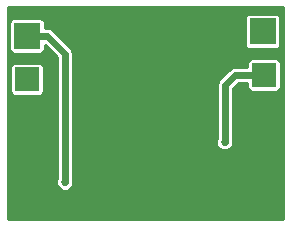
<source format=gbl>
G04 #@! TF.FileFunction,Copper,L2,Bot,Signal*
%FSLAX46Y46*%
G04 Gerber Fmt 4.6, Leading zero omitted, Abs format (unit mm)*
G04 Created by KiCad (PCBNEW no-vcs-found-product) date Fri 28 Aug 2015 16:29:41 CEST*
%MOMM*%
G01*
G04 APERTURE LIST*
%ADD10C,0.127000*%
%ADD11C,0.600000*%
%ADD12C,0.500000*%
%ADD13R,2.032000X2.032000*%
%ADD14O,2.032000X2.032000*%
%ADD15R,2.235200X2.235200*%
%ADD16C,0.685800*%
%ADD17C,0.609600*%
%ADD18C,0.254000*%
G04 APERTURE END LIST*
D10*
D11*
X141100000Y-97900000D03*
X142100000Y-96900000D03*
X138700000Y-102000000D03*
X147700000Y-104000000D03*
X146700000Y-104000000D03*
X145700000Y-104000000D03*
X144700000Y-104000000D03*
X143700000Y-104000000D03*
X142700000Y-104000000D03*
X141700000Y-104000000D03*
X140700000Y-104000000D03*
X139700000Y-104000000D03*
X138700000Y-104000000D03*
X137700000Y-104000000D03*
X147700000Y-103000000D03*
X146700000Y-103000000D03*
X145700000Y-103000000D03*
X144700000Y-103000000D03*
X143700000Y-103000000D03*
X142700000Y-103000000D03*
X141700000Y-103000000D03*
X140700000Y-103000000D03*
X139700000Y-103000000D03*
X138700000Y-103000000D03*
X136700000Y-104000000D03*
X135700000Y-104000000D03*
X137700000Y-103000000D03*
X136700000Y-103000000D03*
X135700000Y-103000000D03*
X137700000Y-102000000D03*
X136700000Y-102000000D03*
X149100000Y-100100000D03*
X157100000Y-104100000D03*
X156100000Y-104100000D03*
X155100000Y-104100000D03*
X154100000Y-104100000D03*
X153100000Y-104100000D03*
X152100000Y-104100000D03*
X151100000Y-104100000D03*
X150100000Y-104100000D03*
X149100000Y-104100000D03*
X157100000Y-103100000D03*
X156100000Y-103100000D03*
X155100000Y-103100000D03*
X154100000Y-103100000D03*
X153100000Y-103100000D03*
X152100000Y-103100000D03*
X151100000Y-103100000D03*
X150100000Y-103100000D03*
X149100000Y-103100000D03*
X157100000Y-102100000D03*
X156100000Y-102100000D03*
X155100000Y-102100000D03*
X154100000Y-102100000D03*
X153100000Y-102100000D03*
X152100000Y-102100000D03*
X151100000Y-102100000D03*
X150100000Y-102100000D03*
X149100000Y-102100000D03*
X157100000Y-101100000D03*
X156100000Y-101100000D03*
X155100000Y-101100000D03*
X154100000Y-101100000D03*
X153100000Y-101100000D03*
X152100000Y-101100000D03*
X151100000Y-101100000D03*
X150100000Y-101100000D03*
X149100000Y-101100000D03*
X155100000Y-100100000D03*
X154100000Y-100100000D03*
X153100000Y-100100000D03*
X152100000Y-100100000D03*
X151100000Y-100100000D03*
X150100000Y-100100000D03*
D12*
X146507200Y-95046800D03*
X145807200Y-94746800D03*
X145107200Y-95046800D03*
X145107200Y-94446800D03*
X146507200Y-94446800D03*
D13*
X136779000Y-93345000D03*
D14*
X136779000Y-95885000D03*
D13*
X156845000Y-92964000D03*
D14*
X156845000Y-95504000D03*
D15*
X136779000Y-99568000D03*
X156845000Y-99314000D03*
X136779000Y-89662000D03*
X156718000Y-89281000D03*
D11*
X135700000Y-102000000D03*
X141100000Y-96900000D03*
D16*
X139979400Y-102031800D03*
X153517600Y-98628200D03*
D17*
X138455400Y-89662000D02*
X136779000Y-89662000D01*
X139979400Y-91186000D02*
X138455400Y-89662000D01*
X139979400Y-102031800D02*
X139979400Y-91186000D01*
X154406600Y-92964000D02*
X156845000Y-92964000D01*
X153543000Y-93827600D02*
X154406600Y-92964000D01*
X153543000Y-98602800D02*
X153543000Y-93827600D01*
X153517600Y-98628200D02*
X153543000Y-98602800D01*
D18*
G36*
X158420600Y-105170600D02*
X135203400Y-105170600D01*
X135203400Y-92329000D01*
X135374536Y-92329000D01*
X135374536Y-94361000D01*
X135402722Y-94506274D01*
X135486596Y-94633956D01*
X135613216Y-94719426D01*
X135763000Y-94749464D01*
X137795000Y-94749464D01*
X137940274Y-94721278D01*
X138067956Y-94637404D01*
X138153426Y-94510784D01*
X138183464Y-94361000D01*
X138183464Y-92329000D01*
X138155278Y-92183726D01*
X138071404Y-92056044D01*
X137944784Y-91970574D01*
X137795000Y-91940536D01*
X135763000Y-91940536D01*
X135617726Y-91968722D01*
X135490044Y-92052596D01*
X135404574Y-92179216D01*
X135374536Y-92329000D01*
X135203400Y-92329000D01*
X135203400Y-88544400D01*
X135272936Y-88544400D01*
X135272936Y-90779600D01*
X135301122Y-90924874D01*
X135384996Y-91052556D01*
X135511616Y-91138026D01*
X135661400Y-91168064D01*
X137896600Y-91168064D01*
X138041874Y-91139878D01*
X138169556Y-91056004D01*
X138255026Y-90929384D01*
X138285064Y-90779600D01*
X138285064Y-90461532D01*
X139293600Y-91470067D01*
X139293600Y-101795724D01*
X139255626Y-101887176D01*
X139255375Y-102175161D01*
X139365350Y-102441321D01*
X139568808Y-102645135D01*
X139834776Y-102755574D01*
X140122761Y-102755825D01*
X140388921Y-102645850D01*
X140592735Y-102442392D01*
X140703174Y-102176424D01*
X140703425Y-101888439D01*
X140665200Y-101795927D01*
X140665200Y-98771561D01*
X152793575Y-98771561D01*
X152903550Y-99037721D01*
X153107008Y-99241535D01*
X153372976Y-99351974D01*
X153660961Y-99352225D01*
X153927121Y-99242250D01*
X154130935Y-99038792D01*
X154241374Y-98772824D01*
X154241625Y-98484839D01*
X154228800Y-98453800D01*
X154228800Y-94111668D01*
X154690668Y-93649800D01*
X155440536Y-93649800D01*
X155440536Y-93980000D01*
X155468722Y-94125274D01*
X155552596Y-94252956D01*
X155679216Y-94338426D01*
X155829000Y-94368464D01*
X157861000Y-94368464D01*
X158006274Y-94340278D01*
X158133956Y-94256404D01*
X158219426Y-94129784D01*
X158249464Y-93980000D01*
X158249464Y-91948000D01*
X158221278Y-91802726D01*
X158137404Y-91675044D01*
X158010784Y-91589574D01*
X157861000Y-91559536D01*
X155829000Y-91559536D01*
X155683726Y-91587722D01*
X155556044Y-91671596D01*
X155470574Y-91798216D01*
X155440536Y-91948000D01*
X155440536Y-92278200D01*
X154406600Y-92278200D01*
X154144155Y-92330403D01*
X153921666Y-92479066D01*
X153058066Y-93342666D01*
X152909403Y-93565155D01*
X152909403Y-93565156D01*
X152857200Y-93827600D01*
X152857200Y-98330954D01*
X152793826Y-98483576D01*
X152793575Y-98771561D01*
X140665200Y-98771561D01*
X140665200Y-91186000D01*
X140612997Y-90923556D01*
X140464334Y-90701066D01*
X140464331Y-90701064D01*
X138940334Y-89177066D01*
X138717845Y-89028403D01*
X138455400Y-88976200D01*
X138285064Y-88976200D01*
X138285064Y-88544400D01*
X138256878Y-88399126D01*
X138173004Y-88271444D01*
X138046384Y-88185974D01*
X137933820Y-88163400D01*
X155211936Y-88163400D01*
X155211936Y-90398600D01*
X155240122Y-90543874D01*
X155323996Y-90671556D01*
X155450616Y-90757026D01*
X155600400Y-90787064D01*
X157835600Y-90787064D01*
X157980874Y-90758878D01*
X158108556Y-90675004D01*
X158194026Y-90548384D01*
X158224064Y-90398600D01*
X158224064Y-88163400D01*
X158195878Y-88018126D01*
X158112004Y-87890444D01*
X157985384Y-87804974D01*
X157835600Y-87774936D01*
X155600400Y-87774936D01*
X155455126Y-87803122D01*
X155327444Y-87886996D01*
X155241974Y-88013616D01*
X155211936Y-88163400D01*
X137933820Y-88163400D01*
X137896600Y-88155936D01*
X135661400Y-88155936D01*
X135516126Y-88184122D01*
X135388444Y-88267996D01*
X135302974Y-88394616D01*
X135272936Y-88544400D01*
X135203400Y-88544400D01*
X135203400Y-87197400D01*
X158420600Y-87197400D01*
X158420600Y-105170600D01*
X158420600Y-105170600D01*
G37*
X158420600Y-105170600D02*
X135203400Y-105170600D01*
X135203400Y-92329000D01*
X135374536Y-92329000D01*
X135374536Y-94361000D01*
X135402722Y-94506274D01*
X135486596Y-94633956D01*
X135613216Y-94719426D01*
X135763000Y-94749464D01*
X137795000Y-94749464D01*
X137940274Y-94721278D01*
X138067956Y-94637404D01*
X138153426Y-94510784D01*
X138183464Y-94361000D01*
X138183464Y-92329000D01*
X138155278Y-92183726D01*
X138071404Y-92056044D01*
X137944784Y-91970574D01*
X137795000Y-91940536D01*
X135763000Y-91940536D01*
X135617726Y-91968722D01*
X135490044Y-92052596D01*
X135404574Y-92179216D01*
X135374536Y-92329000D01*
X135203400Y-92329000D01*
X135203400Y-88544400D01*
X135272936Y-88544400D01*
X135272936Y-90779600D01*
X135301122Y-90924874D01*
X135384996Y-91052556D01*
X135511616Y-91138026D01*
X135661400Y-91168064D01*
X137896600Y-91168064D01*
X138041874Y-91139878D01*
X138169556Y-91056004D01*
X138255026Y-90929384D01*
X138285064Y-90779600D01*
X138285064Y-90461532D01*
X139293600Y-91470067D01*
X139293600Y-101795724D01*
X139255626Y-101887176D01*
X139255375Y-102175161D01*
X139365350Y-102441321D01*
X139568808Y-102645135D01*
X139834776Y-102755574D01*
X140122761Y-102755825D01*
X140388921Y-102645850D01*
X140592735Y-102442392D01*
X140703174Y-102176424D01*
X140703425Y-101888439D01*
X140665200Y-101795927D01*
X140665200Y-98771561D01*
X152793575Y-98771561D01*
X152903550Y-99037721D01*
X153107008Y-99241535D01*
X153372976Y-99351974D01*
X153660961Y-99352225D01*
X153927121Y-99242250D01*
X154130935Y-99038792D01*
X154241374Y-98772824D01*
X154241625Y-98484839D01*
X154228800Y-98453800D01*
X154228800Y-94111668D01*
X154690668Y-93649800D01*
X155440536Y-93649800D01*
X155440536Y-93980000D01*
X155468722Y-94125274D01*
X155552596Y-94252956D01*
X155679216Y-94338426D01*
X155829000Y-94368464D01*
X157861000Y-94368464D01*
X158006274Y-94340278D01*
X158133956Y-94256404D01*
X158219426Y-94129784D01*
X158249464Y-93980000D01*
X158249464Y-91948000D01*
X158221278Y-91802726D01*
X158137404Y-91675044D01*
X158010784Y-91589574D01*
X157861000Y-91559536D01*
X155829000Y-91559536D01*
X155683726Y-91587722D01*
X155556044Y-91671596D01*
X155470574Y-91798216D01*
X155440536Y-91948000D01*
X155440536Y-92278200D01*
X154406600Y-92278200D01*
X154144155Y-92330403D01*
X153921666Y-92479066D01*
X153058066Y-93342666D01*
X152909403Y-93565155D01*
X152909403Y-93565156D01*
X152857200Y-93827600D01*
X152857200Y-98330954D01*
X152793826Y-98483576D01*
X152793575Y-98771561D01*
X140665200Y-98771561D01*
X140665200Y-91186000D01*
X140612997Y-90923556D01*
X140464334Y-90701066D01*
X140464331Y-90701064D01*
X138940334Y-89177066D01*
X138717845Y-89028403D01*
X138455400Y-88976200D01*
X138285064Y-88976200D01*
X138285064Y-88544400D01*
X138256878Y-88399126D01*
X138173004Y-88271444D01*
X138046384Y-88185974D01*
X137933820Y-88163400D01*
X155211936Y-88163400D01*
X155211936Y-90398600D01*
X155240122Y-90543874D01*
X155323996Y-90671556D01*
X155450616Y-90757026D01*
X155600400Y-90787064D01*
X157835600Y-90787064D01*
X157980874Y-90758878D01*
X158108556Y-90675004D01*
X158194026Y-90548384D01*
X158224064Y-90398600D01*
X158224064Y-88163400D01*
X158195878Y-88018126D01*
X158112004Y-87890444D01*
X157985384Y-87804974D01*
X157835600Y-87774936D01*
X155600400Y-87774936D01*
X155455126Y-87803122D01*
X155327444Y-87886996D01*
X155241974Y-88013616D01*
X155211936Y-88163400D01*
X137933820Y-88163400D01*
X137896600Y-88155936D01*
X135661400Y-88155936D01*
X135516126Y-88184122D01*
X135388444Y-88267996D01*
X135302974Y-88394616D01*
X135272936Y-88544400D01*
X135203400Y-88544400D01*
X135203400Y-87197400D01*
X158420600Y-87197400D01*
X158420600Y-105170600D01*
M02*

</source>
